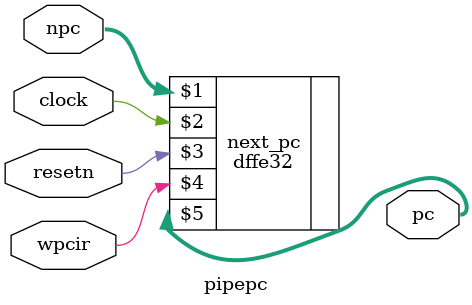
<source format=v>
module pipepc(npc,wpcir,clock,resetn,pc );
	input[31:0] npc;
	input wpcir,clock,resetn;
	output[31:0] pc;
	dffe32 next_pc(npc,clock,resetn,wpcir,pc);
endmodule

</source>
